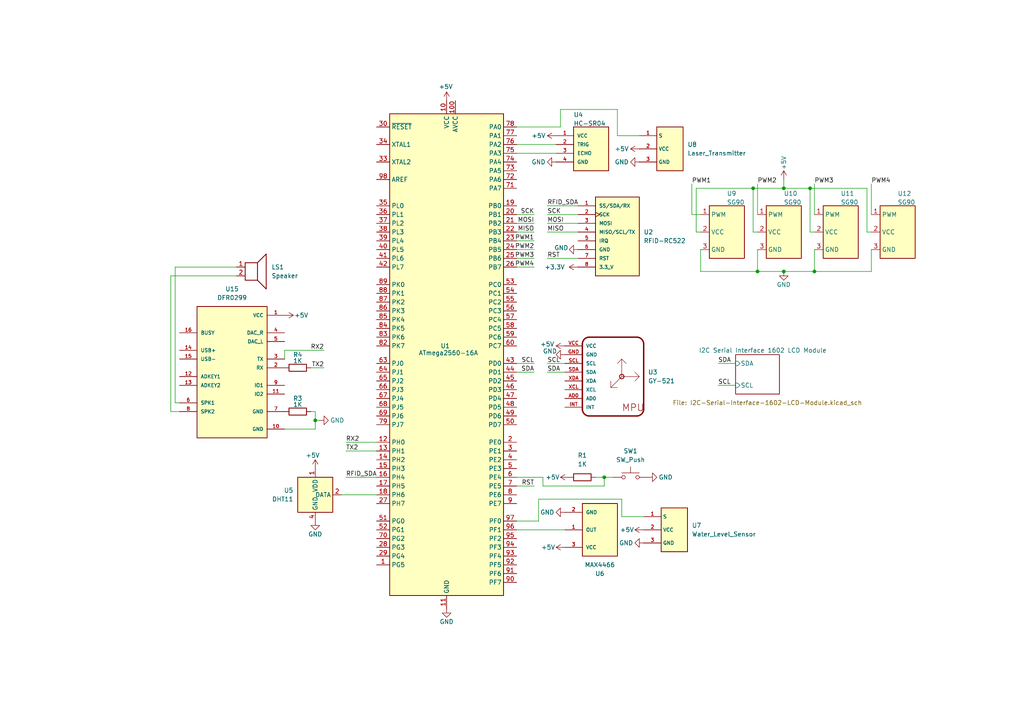
<source format=kicad_sch>
(kicad_sch (version 20250114) (generator "eeschema") (generator_version "9.0")
  (paper "A4")
  (title_block (title "Aircraft-Telemetry-and-Stabilization"))
  (lib_symbols
    (symbol "DC_Servo_Motor:SG90"
      (property "Reference" "U" (at -2.032 10.922 0))
      (property "Value" "SG90" (at -0.254 9.144 0))
      (symbol "SG90_1_1"
        (rectangle (start -5.08 7.62) (end 5.08 -7.62) (stroke (width 0.254)) (fill (type background)))
        (pin input line (at -7.62 5.08 0) (length 2.54) (name "PWM") (number "1"))
        (pin power_in line (at -7.62 0 0) (length 2.54) (name "VCC") (number "2"))
        (pin power_in line (at -7.62 -5.08 0) (length 2.54) (name "GND") (number "3"))
      )
    )
    (symbol "DFR0299_1" (pin_names (offset 1.016))
      (property "Reference" "U" (at -10.16 18.542 0))
      (property "Value" "DFR0299" (at -10.16 -22.86 0))
      (symbol "DFR0299_1_0_0"
        (rectangle (start -10.16 -20.32) (end 10.16 17.78) (stroke (width 0.254)) (fill (type background)))
        (pin input line (at -15.24 10.16 0) (length 5.08) (name "BUSY") (number "16"))
        (pin input line (at -15.24 5.08 0) (length 5.08) (name "USB+") (number "14"))
        (pin input line (at -15.24 2.54 0) (length 5.08) (name "USB-") (number "15"))
        (pin input line (at -15.24 -2.54 0) (length 5.08) (name "ADKEY1") (number "12"))
        (pin input line (at -15.24 -5.08 0) (length 5.08) (name "ADKEY2") (number "13"))
        (pin passive line (at -15.24 -10.16 0) (length 5.08) (name "SPK1") (number "6"))
        (pin passive line (at -15.24 -12.7 0) (length 5.08) (name "SPK2") (number "8"))
        (pin power_in line (at 15.24 15.24 180) (length 5.08) (name "VCC") (number "1"))
        (pin output line (at 15.24 10.16 180) (length 5.08) (name "DAC_R") (number "4"))
        (pin output line (at 15.24 7.62 180) (length 5.08) (name "DAC_L") (number "5"))
        (pin output line (at 15.24 2.54 180) (length 5.08) (name "TX") (number "3"))
        (pin input line (at 15.24 0 180) (length 5.08) (name "RX") (number "2"))
        (pin bidirectional line (at 15.24 -5.08 180) (length 5.08) (name "IO1") (number "9"))
        (pin bidirectional line (at 15.24 -7.62 180) (length 5.08) (name "IO2") (number "11"))
        (pin power_in line (at 15.24 -12.7 180) (length 5.08) (name "GND") (number "7"))
        (pin power_in line (at 15.24 -17.78 180) (length 5.08) (name "GND") (number "10"))
      )
    )
    (symbol "Device:R" (pin_numbers (hide yes)) (pin_names (offset 0))
      (property "Reference" "R" (at 2.032 0 90))
      (property "Value" "R" (at 0 0 90))
      (symbol "R_0_1"
        (rectangle (start -1.016 -2.54) (end 1.016 2.54) (stroke (width 0.254)))
      )
      (symbol "R_1_1"
        (pin passive line (at 0 3.81 270) (length 1.27) (name "~") (number "1"))
        (pin passive line (at 0 -3.81 90) (length 1.27) (name "~") (number "2"))
      )
    )
    (symbol "Device:Speaker" (pin_names (offset 0) (hide yes))
      (property "Reference" "LS" (at 1.27 5.715 0))
      (property "Value" "Speaker" (at 1.27 3.81 0))
      (symbol "Speaker_0_0"
        (rectangle (start -2.54 1.27) (end 1.016 -3.81) (stroke (width 0.254)))
        (polyline (pts (xy 1.016 1.27) (xy 3.556 3.81) (xy 3.556 -6.35) (xy 1.016 -3.81)) (stroke (width 0.254)))
      )
      (symbol "Speaker_1_1"
        (pin input line (at -5.08 0 0) (length 2.54) (name "1") (number "1"))
        (pin input line (at -5.08 -2.54 0) (length 2.54) (name "2") (number "2"))
      )
    )
    (symbol "GY-521:GY-521" (pin_names (offset 1.016))
      (property "Reference" "U" (at -9.652 11.938 0))
      (property "Value" "GY-521" (at 4.572 -11.938 0))
      (symbol "GY-521_0_0"
        (polyline (pts (xy -11.43 -9.43) (xy -11.43 9.43)) (stroke (width 0.4064)))
        (polyline (pts (xy -9.43 11.43) (xy 4.35 11.43)) (stroke (width 0.4064)))
        (arc (start -11.43 9.43) (mid -10.8442 10.8442) (end -9.43 11.43) (stroke (width 0.4064)))
        (arc (start -9.43 -11.43) (mid -10.8442 -10.8442) (end -11.43 -9.43) (stroke (width 0.4064)))
        (polyline (pts (xy -3.175 -3.175) (xy -3.175 -1.27)) (stroke (width 0.127)))
        (polyline (pts (xy -3.175 -3.175) (xy -1.27 -3.175)) (stroke (width 0.127)))
        (polyline (pts (xy 0 5.08) (xy -1.27 3.81)) (stroke (width 0.127)))
        (polyline (pts (xy 0 0) (xy -3.175 -3.175)) (stroke (width 0.127)))
        (polyline (pts (xy 0 0) (xy 0 5.08)) (stroke (width 0.127)))
        (polyline (pts (xy 0 0) (xy 5.08 0)) (stroke (width 0.127)))
        (circle (center 0 0) (radius 0.635) (stroke (width 0.254)))
        (polyline (pts (xy 1.27 3.81) (xy 0 5.08)) (stroke (width 0.127)))
        (polyline (pts (xy 3.81 1.27) (xy 5.08 0)) (stroke (width 0.127)))
        (arc (start 4.35 11.43) (mid 5.7642 10.8442) (end 6.35 9.43) (stroke (width 0.4064)))
        (arc (start 6.35 -9.43) (mid 5.7642 -10.8442) (end 4.35 -11.43) (stroke (width 0.4064)))
        (polyline (pts (xy 4.35 -11.43) (xy -9.43 -11.43)) (stroke (width 0.4064)))
        (polyline (pts (xy 5.08 0) (xy 3.81 -1.27)) (stroke (width 0.127)))
        (polyline (pts (xy 6.35 9.43) (xy 6.35 -9.43)) (stroke (width 0.4064)))
        (text "MPU" (at 0 -10.16 0) (effects (font (size 2 2)) (justify left bottom)))
        (pin power_in line (at -16.51 8.89 0) (length 5.08) (name "VCC") (number "VCC"))
        (pin power_in line (at -16.51 6.35 0) (length 5.08) (name "GND") (number "GND"))
        (pin bidirectional line (at -16.51 3.81 0) (length 5.08) (name "SCL") (number "SCL"))
        (pin bidirectional line (at -16.51 1.27 0) (length 5.08) (name "SDA") (number "SDA"))
        (pin bidirectional line (at -16.51 -1.27 0) (length 5.08) (name "XDA") (number "XDA"))
        (pin bidirectional line (at -16.51 -3.81 0) (length 5.08) (name "XCL") (number "XCL"))
        (pin bidirectional line (at -16.51 -6.35 0) (length 5.08) (name "AD0") (number "AD0"))
        (pin bidirectional line (at -16.51 -8.89 0) (length 5.08) (name "INT") (number "INT"))
      )
    )
    (symbol "HC-SR04:HC-SR04" (pin_names (offset 1.016))
      (property "Reference" "U" (at 0 5.0813 0))
      (property "Value" "HC-SR04" (at 0 -10.163 0))
      (symbol "HC-SR04_0_0"
        (rectangle (start 0 -7.62) (end 10.16 5.08) (stroke (width 0.254)) (fill (type background)))
        (pin power_in line (at -5.08 2.54 0) (length 5.08) (name "VCC") (number "1"))
        (pin bidirectional line (at -5.08 0 0) (length 5.08) (name "TRIG") (number "2"))
        (pin bidirectional line (at -5.08 -2.54 0) (length 5.08) (name "ECHO") (number "3"))
        (pin power_in line (at -5.08 -5.08 0) (length 5.08) (name "GND") (number "4"))
      )
    )
    (symbol "MAX4466:MAX4466" (pin_names (offset 1.016))
      (property "Reference" "U" (at -5.08 8.382 0))
      (property "Value" "MAX4466" (at -5.08 -10.16 0))
      (symbol "MAX4466_0_0"
        (rectangle (start -5.08 7.62) (end 5.08 -7.62) (stroke (width 0.254)) (fill (type background)))
        (pin power_in line (at 10.16 5.08 180) (length 5.08) (name "VCC") (number "3"))
        (pin output line (at 10.16 0 180) (length 5.08) (name "OUT") (number "1"))
        (pin power_in line (at 10.16 -5.08 180) (length 5.08) (name "GND") (number "2"))
      )
    )
    (symbol "MCU_Microchip_ATmega:ATmega2560-16A"
      (property "Reference" "U" (at 0 1.27 0))
      (property "Value" "ATmega2560-16A" (at 0 -1.27 0))
      (symbol "ATmega2560-16A_0_1"
        (rectangle (start -16.51 -69.85) (end 16.51 69.85) (stroke (width 0.254)) (fill (type background)))
      )
      (symbol "ATmega2560-16A_1_1"
        (pin input line (at -20.32 66.04 0) (length 3.81) (name "~{RESET}") (number "30"))
        (pin input line (at -20.32 60.96 0) (length 3.81) (name "XTAL1") (number "34"))
        (pin output line (at -20.32 55.88 0) (length 3.81) (name "XTAL2") (number "33"))
        (pin passive line (at -20.32 50.8 0) (length 3.81) (name "AREF") (number "98"))
        (pin bidirectional line (at -20.32 43.18 0) (length 3.81) (name "PL0") (number "35"))
        (pin bidirectional line (at -20.32 40.64 0) (length 3.81) (name "PL1") (number "36"))
        (pin bidirectional line (at -20.32 38.1 0) (length 3.81) (name "PL2") (number "37"))
        (pin bidirectional line (at -20.32 35.56 0) (length 3.81) (name "PL3") (number "38"))
        (pin bidirectional line (at -20.32 33.02 0) (length 3.81) (name "PL4") (number "39"))
        (pin bidirectional line (at -20.32 30.48 0) (length 3.81) (name "PL5") (number "40"))
        (pin bidirectional line (at -20.32 27.94 0) (length 3.81) (name "PL6") (number "41"))
        (pin bidirectional line (at -20.32 25.4 0) (length 3.81) (name "PL7") (number "42"))
        (pin bidirectional line (at -20.32 20.32 0) (length 3.81) (name "PK0") (number "89"))
        (pin bidirectional line (at -20.32 17.78 0) (length 3.81) (name "PK1") (number "88"))
        (pin bidirectional line (at -20.32 15.24 0) (length 3.81) (name "PK2") (number "87"))
        (pin bidirectional line (at -20.32 12.7 0) (length 3.81) (name "PK3") (number "86"))
        (pin bidirectional line (at -20.32 10.16 0) (length 3.81) (name "PK4") (number "85"))
        (pin bidirectional line (at -20.32 7.62 0) (length 3.81) (name "PK5") (number "84"))
        (pin bidirectional line (at -20.32 5.08 0) (length 3.81) (name "PK6") (number "83"))
        (pin bidirectional line (at -20.32 2.54 0) (length 3.81) (name "PK7") (number "82"))
        (pin bidirectional line (at -20.32 -2.54 0) (length 3.81) (name "PJ0") (number "63"))
        (pin bidirectional line (at -20.32 -5.08 0) (length 3.81) (name "PJ1") (number "64"))
        (pin bidirectional line (at -20.32 -7.62 0) (length 3.81) (name "PJ2") (number "65"))
        (pin bidirectional line (at -20.32 -10.16 0) (length 3.81) (name "PJ3") (number "66"))
        (pin bidirectional line (at -20.32 -12.7 0) (length 3.81) (name "PJ4") (number "67"))
        (pin bidirectional line (at -20.32 -15.24 0) (length 3.81) (name "PJ5") (number "68"))
        (pin bidirectional line (at -20.32 -17.78 0) (length 3.81) (name "PJ6") (number "69"))
        (pin bidirectional line (at -20.32 -20.32 0) (length 3.81) (name "PJ7") (number "79"))
        (pin bidirectional line (at -20.32 -25.4 0) (length 3.81) (name "PH0") (number "12"))
        (pin bidirectional line (at -20.32 -27.94 0) (length 3.81) (name "PH1") (number "13"))
        (pin bidirectional line (at -20.32 -30.48 0) (length 3.81) (name "PH2") (number "14"))
        (pin bidirectional line (at -20.32 -33.02 0) (length 3.81) (name "PH3") (number "15"))
        (pin bidirectional line (at -20.32 -35.56 0) (length 3.81) (name "PH4") (number "16"))
        (pin bidirectional line (at -20.32 -38.1 0) (length 3.81) (name "PH5") (number "17"))
        (pin bidirectional line (at -20.32 -40.64 0) (length 3.81) (name "PH6") (number "18"))
        (pin bidirectional line (at -20.32 -43.18 0) (length 3.81) (name "PH7") (number "27"))
        (pin bidirectional line (at -20.32 -48.26 0) (length 3.81) (name "PG0") (number "51"))
        (pin bidirectional line (at -20.32 -50.8 0) (length 3.81) (name "PG1") (number "52"))
        (pin bidirectional line (at -20.32 -53.34 0) (length 3.81) (name "PG2") (number "70"))
        (pin bidirectional line (at -20.32 -55.88 0) (length 3.81) (name "PG3") (number "28"))
        (pin bidirectional line (at -20.32 -58.42 0) (length 3.81) (name "PG4") (number "29"))
        (pin bidirectional line (at -20.32 -60.96 0) (length 3.81) (name "PG5") (number "1"))
        (pin power_in line (at 0 73.66 270) (length 3.81) (name "VCC") (number "10"))
        (pin passive line (at 0 73.66 270) (length 3.81) (hide yes) (name "VCC") (number "31"))
        (pin passive line (at 0 73.66 270) (length 3.81) (hide yes) (name "VCC") (number "61"))
        (pin passive line (at 0 73.66 270) (length 3.81) (hide yes) (name "VCC") (number "80"))
        (pin power_in line (at 0 -73.66 90) (length 3.81) (name "GND") (number "11"))
        (pin passive line (at 0 -73.66 90) (length 3.81) (hide yes) (name "GND") (number "32"))
        (pin passive line (at 0 -73.66 90) (length 3.81) (hide yes) (name "GND") (number "62"))
        (pin passive line (at 0 -73.66 90) (length 3.81) (hide yes) (name "GND") (number "81"))
        (pin passive line (at 0 -73.66 90) (length 3.81) (hide yes) (name "GND") (number "99"))
        (pin power_in line (at 2.54 73.66 270) (length 3.81) (name "AVCC") (number "100"))
        (pin bidirectional line (at 20.32 66.04 180) (length 3.81) (name "PA0") (number "78"))
        (pin bidirectional line (at 20.32 63.5 180) (length 3.81) (name "PA1") (number "77"))
        (pin bidirectional line (at 20.32 60.96 180) (length 3.81) (name "PA2") (number "76"))
        (pin bidirectional line (at 20.32 58.42 180) (length 3.81) (name "PA3") (number "75"))
        (pin bidirectional line (at 20.32 55.88 180) (length 3.81) (name "PA4") (number "74"))
        (pin bidirectional line (at 20.32 53.34 180) (length 3.81) (name "PA5") (number "73"))
        (pin bidirectional line (at 20.32 50.8 180) (length 3.81) (name "PA6") (number "72"))
        (pin bidirectional line (at 20.32 48.26 180) (length 3.81) (name "PA7") (number "71"))
        (pin bidirectional line (at 20.32 43.18 180) (length 3.81) (name "PB0") (number "19"))
        (pin bidirectional line (at 20.32 40.64 180) (length 3.81) (name "PB1") (number "20"))
        (pin bidirectional line (at 20.32 38.1 180) (length 3.81) (name "PB2") (number "21"))
        (pin bidirectional line (at 20.32 35.56 180) (length 3.81) (name "PB3") (number "22"))
        (pin bidirectional line (at 20.32 33.02 180) (length 3.81) (name "PB4") (number "23"))
        (pin bidirectional line (at 20.32 30.48 180) (length 3.81) (name "PB5") (number "24"))
        (pin bidirectional line (at 20.32 27.94 180) (length 3.81) (name "PB6") (number "25"))
        (pin bidirectional line (at 20.32 25.4 180) (length 3.81) (name "PB7") (number "26"))
        (pin bidirectional line (at 20.32 20.32 180) (length 3.81) (name "PC0") (number "53"))
        (pin bidirectional line (at 20.32 17.78 180) (length 3.81) (name "PC1") (number "54"))
        (pin bidirectional line (at 20.32 15.24 180) (length 3.81) (name "PC2") (number "55"))
        (pin bidirectional line (at 20.32 12.7 180) (length 3.81) (name "PC3") (number "56"))
        (pin bidirectional line (at 20.32 10.16 180) (length 3.81) (name "PC4") (number "57"))
        (pin bidirectional line (at 20.32 7.62 180) (length 3.81) (name "PC5") (number "58"))
        (pin bidirectional line (at 20.32 5.08 180) (length 3.81) (name "PC6") (number "59"))
        (pin bidirectional line (at 20.32 2.54 180) (length 3.81) (name "PC7") (number "60"))
        (pin bidirectional line (at 20.32 -2.54 180) (length 3.81) (name "PD0") (number "43"))
        (pin bidirectional line (at 20.32 -5.08 180) (length 3.81) (name "PD1") (number "44"))
        (pin bidirectional line (at 20.32 -7.62 180) (length 3.81) (name "PD2") (number "45"))
        (pin bidirectional line (at 20.32 -10.16 180) (length 3.81) (name "PD3") (number "46"))
        (pin bidirectional line (at 20.32 -12.7 180) (length 3.81) (name "PD4") (number "47"))
        (pin bidirectional line (at 20.32 -15.24 180) (length 3.81) (name "PD5") (number "48"))
        (pin bidirectional line (at 20.32 -17.78 180) (length 3.81) (name "PD6") (number "49"))
        (pin bidirectional line (at 20.32 -20.32 180) (length 3.81) (name "PD7") (number "50"))
        (pin bidirectional line (at 20.32 -25.4 180) (length 3.81) (name "PE0") (number "2"))
        (pin bidirectional line (at 20.32 -27.94 180) (length 3.81) (name "PE1") (number "3"))
        (pin bidirectional line (at 20.32 -30.48 180) (length 3.81) (name "PE2") (number "4"))
        (pin bidirectional line (at 20.32 -33.02 180) (length 3.81) (name "PE3") (number "5"))
        (pin bidirectional line (at 20.32 -35.56 180) (length 3.81) (name "PE4") (number "6"))
        (pin bidirectional line (at 20.32 -38.1 180) (length 3.81) (name "PE5") (number "7"))
        (pin bidirectional line (at 20.32 -40.64 180) (length 3.81) (name "PE6") (number "8"))
        (pin bidirectional line (at 20.32 -43.18 180) (length 3.81) (name "PE7") (number "9"))
        (pin bidirectional line (at 20.32 -48.26 180) (length 3.81) (name "PF0") (number "97"))
        (pin bidirectional line (at 20.32 -50.8 180) (length 3.81) (name "PF1") (number "96"))
        (pin bidirectional line (at 20.32 -53.34 180) (length 3.81) (name "PF2") (number "95"))
        (pin bidirectional line (at 20.32 -55.88 180) (length 3.81) (name "PF3") (number "94"))
        (pin bidirectional line (at 20.32 -58.42 180) (length 3.81) (name "PF4") (number "93"))
        (pin bidirectional line (at 20.32 -60.96 180) (length 3.81) (name "PF5") (number "92"))
        (pin bidirectional line (at 20.32 -63.5 180) (length 3.81) (name "PF6") (number "91"))
        (pin bidirectional line (at 20.32 -66.04 180) (length 3.81) (name "PF7") (number "90"))
      )
    )
    (symbol "RFID-RC522:RFID-RC522" (pin_names (offset 1.016))
      (property "Reference" "U" (at -6.604 13.208 0))
      (property "Value" "RFID-RC522" (at -6.604 -13.208 0))
      (symbol "RFID-RC522_0_0"
        (rectangle (start -6.35 11.43) (end 6.35 -11.43) (stroke (width 0.254)) (fill (type background)))
      )
      (symbol "RFID-RC522_1_0"
        (pin bidirectional line (at -11.43 8.89 0) (length 5.08) (name "SS/SDA/RX") (number "1"))
        (pin input clock (at -11.43 6.35 0) (length 5.08) (name "SCK") (number "2"))
        (pin input line (at -11.43 3.81 0) (length 5.08) (name "MOSI") (number "3"))
        (pin bidirectional line (at -11.43 1.27 0) (length 5.08) (name "MISO/SCL/TX") (number "4"))
        (pin output line (at -11.43 -1.27 0) (length 5.08) (name "IRQ") (number "5"))
        (pin power_in line (at -11.43 -3.81 0) (length 5.08) (name "GND") (number "6"))
        (pin input line (at -11.43 -6.35 0) (length 5.08) (name "RST") (number "7"))
        (pin power_in line (at -11.43 -8.89 0) (length 5.08) (name "3.3_V") (number "8"))
      )
    )
    (symbol "Sensor:DHT11"
      (property "Reference" "U" (at -3.81 6.35 0))
      (property "Value" "DHT11" (at 3.81 6.35 0))
      (symbol "DHT11_0_1"
        (rectangle (start -5.08 5.08) (end 5.08 -5.08) (stroke (width 0.254)) (fill (type background)))
      )
      (symbol "DHT11_1_1"
        (pin no_connect line (at -5.08 0 0) (length 2.54) (hide yes) (name "NC") (number "3"))
        (pin power_in line (at 0 7.62 270) (length 2.54) (name "VDD") (number "1"))
        (pin power_in line (at 0 -7.62 90) (length 2.54) (name "GND") (number "4"))
        (pin bidirectional line (at 7.62 0 180) (length 2.54) (name "DATA") (number "2"))
      )
    )
    (symbol "Sensor_Water_Level:Sensor_Water_Level"
      (property "Reference" "U" (at -2.032 7.874 0))
      (property "Value" "Water_Level_Sensor" (at 6.604 6.096 0))
      (symbol "Sensor_Water_Level_0_1"
        (rectangle (start -2.54 5.08) (end 5.08 -7.62) (stroke (width 0.254)) (fill (type background)))
      )
      (symbol "Sensor_Water_Level_1_0"
        (pin output line (at -7.62 2.54 0) (length 5.08) (name "S") (number "1"))
        (pin power_out line (at -7.62 -1.27 0) (length 5.08) (name "VCC") (number "2"))
        (pin power_out line (at -7.62 -5.08 0) (length 5.08) (name "GND") (number "3"))
      )
    )
    (symbol "Switch:SW_Push" (pin_numbers (hide yes)) (pin_names (offset 1.016) (hide yes))
      (property "Reference" "SW" (at 1.27 2.54 0))
      (property "Value" "SW_Push" (at 0 -1.524 0))
      (symbol "SW_Push_0_1"
        (circle (center -2.032 0) (radius 0.508))
        (polyline (pts (xy 0 1.27) (xy 0 3.048)))
        (circle (center 2.032 0) (radius 0.508))
        (polyline (pts (xy 2.54 1.27) (xy -2.54 1.27)))
        (pin passive line (at -5.08 0 0) (length 2.54) (name "1") (number "1"))
        (pin passive line (at 5.08 0 180) (length 2.54) (name "2") (number "2"))
      )
    )
    (symbol "power:+3.3V" (power) (pin_numbers (hide yes)) (pin_names (offset 0) (hide yes))
      (property "Value" "+3.3V" (at 0 3.556 0))
      (symbol "+3.3V_0_1"
        (polyline (pts (xy -0.762 1.27) (xy 0 2.54)))
        (polyline (pts (xy 0 2.54) (xy 0.762 1.27)))
        (polyline (pts (xy 0 0) (xy 0 2.54)))
      )
      (symbol "+3.3V_1_1"
        (pin power_in line (at 0 0 90) (length 0) (name "~") (number "1"))
      )
    )
    (symbol "power:+5V" (power) (pin_numbers (hide yes)) (pin_names (offset 0) (hide yes))
      (property "Value" "+5V" (at 0 3.556 0))
      (symbol "+5V_0_1"
        (polyline (pts (xy -0.762 1.27) (xy 0 2.54)))
        (polyline (pts (xy 0 2.54) (xy 0.762 1.27)))
        (polyline (pts (xy 0 0) (xy 0 2.54)))
      )
      (symbol "+5V_1_1"
        (pin power_in line (at 0 0 90) (length 0) (name "~") (number "1"))
      )
    )
    (symbol "power:GND" (power) (pin_numbers (hide yes)) (pin_names (offset 0) (hide yes))
      (property "Value" "GND" (at 0 -3.81 0))
      (symbol "GND_0_1"
        (polyline (pts (xy 0 0) (xy 0 -1.27) (xy 1.27 -1.27) (xy 0 -2.54) (xy -1.27 -1.27) (xy 0 -1.27)))
      )
      (symbol "GND_1_1"
        (pin power_in line (at 0 0 270) (length 0) (name "~") (number "1"))
      )
    )
  )
  (junction (at 219.71 78.74))
  (junction (at 234.95 54.61))
  (junction (at 236.22 78.74))
  (junction (at 218.44 54.61))
  (junction (at 227.33 78.74))
  (junction (at 175.26 138.43))
  (junction (at 227.33 54.61))
  (junction (at 91.44 121.92))
  (wire (pts (xy 154.94 64.77) (xy 149.86 64.77)))
  (wire (pts (xy 50.8 77.47) (xy 68.58 77.47)))
  (wire (pts (xy 219.71 53.34) (xy 219.71 62.23)))
  (wire (pts (xy 203.2 78.74) (xy 219.71 78.74)))
  (wire (pts (xy 100.33 130.81) (xy 109.22 130.81)))
  (wire (pts (xy 157.48 140.97) (xy 175.26 140.97)))
  (wire (pts (xy 203.2 72.39) (xy 203.2 78.74)))
  (wire (pts (xy 158.75 74.93) (xy 167.64 74.93)))
  (wire (pts (xy 201.93 54.61) (xy 218.44 54.61)))
  (wire (pts (xy 158.75 59.69) (xy 167.64 59.69)))
  (wire (pts (xy 49.53 119.38) (xy 49.53 80.01)))
  (wire (pts (xy 227.33 54.61) (xy 227.33 52.07)))
  (wire (pts (xy 50.8 116.84) (xy 50.8 77.47)))
  (wire (pts (xy 252.73 72.39) (xy 252.73 78.74)))
  (wire (pts (xy 251.46 54.61) (xy 234.95 54.61)))
  (wire (pts (xy 93.98 101.6) (xy 82.55 101.6)))
  (wire (pts (xy 162.56 31.75) (xy 162.56 36.83)))
  (wire (pts (xy 180.34 144.78) (xy 156.21 144.78)))
  (wire (pts (xy 252.73 78.74) (xy 236.22 78.74)))
  (wire (pts (xy 200.66 53.34) (xy 200.66 62.23)))
  (wire (pts (xy 154.94 74.93) (xy 149.86 74.93)))
  (wire (pts (xy 208.28 105.41) (xy 213.36 105.41)))
  (wire (pts (xy 236.22 53.34) (xy 236.22 62.23)))
  (wire (pts (xy 180.34 149.86) (xy 186.69 149.86)))
  (wire (pts (xy 99.06 143.51) (xy 109.22 143.51)))
  (wire (pts (xy 91.44 124.46) (xy 82.55 124.46)))
  (wire (pts (xy 82.55 101.6) (xy 82.55 104.14)))
  (wire (pts (xy 234.95 54.61) (xy 227.33 54.61)))
  (wire (pts (xy 236.22 72.39) (xy 236.22 78.74)))
  (wire (pts (xy 219.71 67.31) (xy 218.44 67.31)))
  (wire (pts (xy 252.73 53.34) (xy 252.73 62.23)))
  (wire (pts (xy 157.48 138.43) (xy 157.48 140.97)))
  (wire (pts (xy 201.93 67.31) (xy 201.93 54.61)))
  (wire (pts (xy 251.46 67.31) (xy 251.46 54.61)))
  (wire (pts (xy 91.44 121.92) (xy 91.44 124.46)))
  (wire (pts (xy 200.66 62.23) (xy 203.2 62.23)))
  (wire (pts (xy 219.71 78.74) (xy 227.33 78.74)))
  (wire (pts (xy 154.94 140.97) (xy 149.86 140.97)))
  (wire (pts (xy 158.75 107.95) (xy 163.83 107.95)))
  (wire (pts (xy 149.86 41.91) (xy 161.29 41.91)))
  (wire (pts (xy 180.34 149.86) (xy 180.34 144.78)))
  (wire (pts (xy 175.26 140.97) (xy 175.26 138.43)))
  (wire (pts (xy 158.75 105.41) (xy 163.83 105.41)))
  (wire (pts (xy 218.44 67.31) (xy 218.44 54.61)))
  (wire (pts (xy 154.94 72.39) (xy 149.86 72.39)))
  (wire (pts (xy 49.53 80.01) (xy 68.58 80.01)))
  (wire (pts (xy 252.73 67.31) (xy 251.46 67.31)))
  (wire (pts (xy 219.71 72.39) (xy 219.71 78.74)))
  (wire (pts (xy 185.42 39.37) (xy 179.07 39.37)))
  (wire (pts (xy 158.75 67.31) (xy 167.64 67.31)))
  (wire (pts (xy 154.94 69.85) (xy 149.86 69.85)))
  (wire (pts (xy 154.94 77.47) (xy 149.86 77.47)))
  (wire (pts (xy 234.95 67.31) (xy 234.95 54.61)))
  (wire (pts (xy 175.26 138.43) (xy 177.8 138.43)))
  (wire (pts (xy 91.44 119.38) (xy 91.44 121.92)))
  (wire (pts (xy 90.17 119.38) (xy 91.44 119.38)))
  (wire (pts (xy 203.2 67.31) (xy 201.93 67.31)))
  (wire (pts (xy 154.94 67.31) (xy 149.86 67.31)))
  (wire (pts (xy 93.98 106.68) (xy 90.17 106.68)))
  (wire (pts (xy 236.22 78.74) (xy 227.33 78.74)))
  (wire (pts (xy 154.94 107.95) (xy 149.86 107.95)))
  (wire (pts (xy 92.71 121.92) (xy 91.44 121.92)))
  (wire (pts (xy 218.44 54.61) (xy 227.33 54.61)))
  (wire (pts (xy 179.07 31.75) (xy 162.56 31.75)))
  (wire (pts (xy 156.21 144.78) (xy 156.21 151.13)))
  (wire (pts (xy 156.21 151.13) (xy 149.86 151.13)))
  (wire (pts (xy 158.75 62.23) (xy 167.64 62.23)))
  (wire (pts (xy 208.28 111.76) (xy 213.36 111.76)))
  (wire (pts (xy 154.94 105.41) (xy 149.86 105.41)))
  (wire (pts (xy 161.29 44.45) (xy 149.86 44.45)))
  (wire (pts (xy 162.56 36.83) (xy 149.86 36.83)))
  (wire (pts (xy 158.75 64.77) (xy 167.64 64.77)))
  (wire (pts (xy 52.07 119.38) (xy 49.53 119.38)))
  (wire (pts (xy 149.86 138.43) (xy 157.48 138.43)))
  (wire (pts (xy 100.33 138.43) (xy 109.22 138.43)))
  (wire (pts (xy 154.94 62.23) (xy 149.86 62.23)))
  (wire (pts (xy 236.22 67.31) (xy 234.95 67.31)))
  (wire (pts (xy 179.07 39.37) (xy 179.07 31.75)))
  (wire (pts (xy 149.86 153.67) (xy 163.83 153.67)))
  (wire (pts (xy 100.33 128.27) (xy 109.22 128.27)))
  (wire (pts (xy 172.72 138.43) (xy 175.26 138.43)))
  (wire (pts (xy 52.07 116.84) (xy 50.8 116.84)))
  (label "MOSI" (at 154.94 64.77 180))
  (label "SCL" (at 208.28 111.76 0))
  (label "PWM1" (at 154.94 69.85 180))
  (label "TX2" (at 93.98 106.68 180))
  (label "RX2" (at 93.98 101.6 180))
  (label "MISO" (at 158.75 67.31 0))
  (label "SDA" (at 208.28 105.41 0))
  (label "MISO" (at 154.94 67.31 180))
  (label "MOSI" (at 158.75 64.77 0))
  (label "RST" (at 154.94 140.97 180))
  (label "PWM2" (at 154.94 72.39 180))
  (label "SDA" (at 154.94 107.95 180))
  (label "RX2" (at 100.33 128.27 0))
  (label "RFID_SDA" (at 158.75 59.69 0))
  (label "SCK" (at 158.75 62.23 0))
  (label "PWM3" (at 236.22 53.34 0))
  (label "SDA" (at 158.75 107.95 0))
  (label "PWM2" (at 219.71 53.34 0))
  (label "PWM3" (at 154.94 74.93 180))
  (label "TX2" (at 100.33 130.81 0))
  (label "PWM1" (at 200.66 53.34 0))
  (label "PWM4" (at 252.73 53.34 0))
  (label "RST" (at 158.75 74.93 0))
  (label "PWM4" (at 154.94 77.47 180))
  (label "SCK" (at 154.94 62.23 180))
  (label "SCL" (at 154.94 105.41 180))
  (label "SCL" (at 158.75 105.41 0))
  (label "RFID_SDA" (at 100.33 138.43 0))
  (symbol (lib_id "MAX4466:MAX4466") (at 173.99 153.67 180) (unit 1)
    (property "Reference" "U6" (at 173.99 166.37 0))
    (property "Value" "MAX4466" (at 173.99 163.83 0))
    (property "Footprint" "footprints:MAX4466" (effects (hide yes)))
    (property "Description" "Microphone Amplifier - MAX4466 with Adjustable Gain | Adafruit Industries 1063" (effects (hide yes)))
  )
  (symbol (lib_id "power:GND") (at 185.42 46.99 270) (unit 1)
    (property "Reference" "#PWR024" (effects (hide yes)))
    (property "Value" "GND" (at 182.372 46.99 90) (effects (justify right)))
    (property "Description" "Power symbol creates a global label with name \"GND\" , ground" (effects (hide yes)))
  )
  (symbol (lib_id "power:GND") (at 227.33 78.74 0) (unit 1)
    (property "Reference" "#PWR030" (effects (hide yes)))
    (property "Value" "GND" (at 229.362 82.55 0) (effects (justify right)))
    (property "Description" "Power symbol creates a global label with name \"GND\" , ground" (effects (hide yes)))
  )
  (symbol (lib_id "power:GND") (at 187.96 138.43 90) (unit 1)
    (property "Reference" "#PWR026" (effects (hide yes)))
    (property "Value" "GND" (at 191.008 138.43 90) (effects (justify right)))
    (property "Description" "Power symbol creates a global label with name \"GND\" , ground" (effects (hide yes)))
  )
  (symbol (lib_id "HC-SR04:HC-SR04") (at 166.37 41.91 0) (unit 1)
    (property "Reference" "U4" (at 166.37 33.274 0) (effects (justify left)))
    (property "Value" "HC-SR04" (at 166.37 35.814 0) (effects (justify left)))
    (property "Footprint" "HC-SR04:XCVR_HC-SR04" (effects (hide yes)))
    (property "Description" "HC-SR04 Ultrasonic Sensor" (effects (hide yes)))
  )
  (symbol (lib_id "power:GND") (at 91.44 151.13 0) (unit 1)
    (property "Reference" "#PWR08" (effects (hide yes)))
    (property "Value" "GND" (at 93.472 154.94 0) (effects (justify right)))
    (property "Description" "Power symbol creates a global label with name \"GND\" , ground" (effects (hide yes)))
  )
  (symbol (lib_id "power:GND") (at 161.29 46.99 270) (unit 1)
    (property "Reference" "#PWR06" (effects (hide yes)))
    (property "Value" "GND" (at 158.242 46.99 90) (effects (justify right)))
    (property "Description" "Power symbol creates a global label with name \"GND\" , ground" (effects (hide yes)))
  )
  (symbol (lib_id "Device:R") (at 86.36 106.68 90) (unit 1)
    (property "Reference" "R4" (at 86.36 102.87 90))
    (property "Value" "1K" (at 86.36 104.648 90))
    (property "Description" "Resistor" (effects (hide yes)))
  )
  (symbol (lib_id "MCU_Microchip_ATmega:ATmega2560-16A") (at 129.54 102.87 0) (unit 1)
    (property "Reference" "U1" (at 127.762 100.33 0) (effects (justify left)))
    (property "Value" "ATmega2560-16A" (at 121.412 102.362 0) (effects (justify left)))
    (property "Footprint" "Package_QFP:TQFP-100_14x14mm_P0.5mm" (effects (hide yes)))
    (property "Datasheet" "http://ww1.microchip.com/downloads/en/DeviceDoc/Atmel-2549-8-bit-AVR-Microcontroller-ATmega640-1280-1281-2560-2561_datasheet.pdf" (effects (hide yes)))
    (property "Description" "16MHz, 256kB Flash, 8kB SRAM, 4kB EEPROM, JTAG, TQFP-100" (effects (hide yes)))
  )
  (symbol (lib_id "power:+5V") (at 91.44 135.89 0) (unit 1)
    (property "Reference" "#PWR07" (effects (hide yes)))
    (property "Value" "+5V" (at 88.646 132.08 0) (effects (justify left)))
    (property "Description" "Power symbol creates a global label with name \"+5V\"" (effects (hide yes)))
  )
  (symbol (lib_id "DC_Servo_Motor:SG90") (at 243.84 67.31 0) (unit 1)
    (property "Reference" "U11" (at 243.84 56.134 0) (effects (justify left)))
    (property "Value" "SG90" (at 243.84 58.674 0) (effects (justify left)))
  )
  (symbol (lib_id "RFID-RC522:RFID-RC522") (at 179.07 68.58 0) (unit 1)
    (property "Reference" "U2" (at 186.69 67.3099 0) (effects (justify left)))
    (property "Value" "RFID-RC522" (at 186.69 69.8499 0) (effects (justify left)))
    (property "Footprint" "footprints:RFID-RC522" (effects (hide yes)))
  )
  (symbol (lib_id "power:GND") (at 186.69 157.48 270) (unit 1)
    (property "Reference" "#PWR022" (effects (hide yes)))
    (property "Value" "GND" (at 183.642 157.48 90) (effects (justify right)))
    (property "Description" "Power symbol creates a global label with name \"GND\" , ground" (effects (hide yes)))
  )
  (symbol (lib_id "power:GND") (at 92.71 121.92 90) (unit 1)
    (property "Reference" "#PWR029" (effects (hide yes)))
    (property "Value" "GND" (at 95.758 121.92 90) (effects (justify right)))
    (property "Description" "Power symbol creates a global label with name \"GND\" , ground" (effects (hide yes)))
  )
  (symbol (lib_id "Device:Speaker") (at 73.66 77.47 0) (unit 1)
    (property "Reference" "LS1" (at 78.74 77.4699 0) (effects (justify left)))
    (property "Value" "Speaker" (at 78.74 80.0099 0) (effects (justify left)))
    (property "Description" "Speaker" (effects (hide yes)))
  )
  (symbol (lib_id "Switch:SW_Push") (at 182.88 138.43 0) (unit 1)
    (property "Reference" "SW1" (at 182.88 130.81 0))
    (property "Value" "SW_Push" (at 182.88 133.35 0))
    (property "Description" "Push button switch, generic, two pins" (effects (hide yes)))
  )
  (symbol (lib_id "power:+5V") (at 82.55 91.44 270) (unit 1)
    (property "Reference" "#PWR027" (effects (hide yes)))
    (property "Value" "+5V" (at 85.344 91.44 90) (effects (justify left)))
    (property "Description" "Power symbol creates a global label with name \"+5V\"" (effects (hide yes)))
  )
  (symbol (lib_id "power:GND") (at 167.64 72.39 270) (unit 1)
    (property "Reference" "#PWR01" (effects (hide yes)))
    (property "Value" "GND" (at 164.846 71.882 90) (effects (justify right)))
    (property "Description" "Power symbol creates a global label with name \"GND\" , ground" (effects (hide yes)))
  )
  (symbol (lib_id "DC_Servo_Motor:SG90") (at 210.82 67.31 0) (unit 1)
    (property "Reference" "U9" (at 210.82 56.134 0) (effects (justify left)))
    (property "Value" "SG90" (at 210.82 58.674 0) (effects (justify left)))
  )
  (symbol (lib_id "power:+5V") (at 227.33 52.07 0) (unit 1)
    (property "Reference" "#PWR028" (effects (hide yes)))
    (property "Value" "+5V" (at 227.33 49.276 90) (effects (justify left)))
    (property "Description" "Power symbol creates a global label with name \"+5V\"" (effects (hide yes)))
  )
  (symbol (lib_id "Device:R") (at 168.91 138.43 90) (unit 1)
    (property "Reference" "R1" (at 168.91 132.08 90))
    (property "Value" "1K" (at 168.91 134.62 90))
    (property "Description" "Resistor" (effects (hide yes)))
  )
  (symbol (lib_id "GY-521:GY-521") (at 180.34 109.22 0) (unit 1)
    (property "Reference" "U3" (at 187.96 107.9499 0) (effects (justify left)))
    (property "Value" "GY-521" (at 187.96 110.4899 0) (effects (justify left)))
    (property "Description_1" "Triple Axis Accelerometer Gyro Breakout" (effects (hide yes)))
  )
  (symbol (lib_id "Sensor_Water_Level:Sensor_Water_Level") (at 193.04 41.91 0) (unit 1)
    (property "Reference" "U8" (at 199.39 41.9099 0) (effects (justify left)))
    (property "Value" "Laser_Transmitter" (at 199.39 44.4499 0) (effects (justify left)))
  )
  (symbol (lib_id "power:+5V") (at 186.69 153.67 90) (unit 1)
    (property "Reference" "#PWR021" (effects (hide yes)))
    (property "Value" "+5V" (at 183.896 153.67 90) (effects (justify left)))
    (property "Description" "Power symbol creates a global label with name \"+5V\"" (effects (hide yes)))
  )
  (symbol (lib_id "power:+5V") (at 129.54 29.21 0) (unit 1)
    (property "Reference" "#PWR031" (effects (hide yes)))
    (property "Value" "+5V" (at 127.254 25.146 0) (effects (justify left)))
    (property "Description" "Power symbol creates a global label with name \"+5V\"" (effects (hide yes)))
  )
  (symbol (lib_id "Sensor_Water_Level:Sensor_Water_Level") (at 194.31 152.4 0) (unit 1)
    (property "Reference" "U7" (at 200.66 152.3999 0) (effects (justify left)))
    (property "Value" "Water_Level_Sensor" (at 200.66 154.9399 0) (effects (justify left)))
  )
  (symbol (lib_id "power:+5V") (at 163.83 158.75 90) (unit 1)
    (property "Reference" "#PWR09" (effects (hide yes)))
    (property "Value" "+5V" (at 161.036 158.75 90) (effects (justify left)))
    (property "Description" "Power symbol creates a global label with name \"+5V\"" (effects (hide yes)))
  )
  (symbol (lib_id "DC_Servo_Motor:SG90") (at 227.33 67.31 0) (unit 1)
    (property "Reference" "U10" (at 227.33 56.134 0) (effects (justify left)))
    (property "Value" "SG90" (at 227.33 58.674 0) (effects (justify left)))
  )
  (symbol (lib_id "power:+5V") (at 185.42 43.18 90) (unit 1)
    (property "Reference" "#PWR023" (effects (hide yes)))
    (property "Value" "+5V" (at 182.372 43.18 90) (effects (justify left)))
    (property "Description" "Power symbol creates a global label with name \"+5V\"" (effects (hide yes)))
  )
  (symbol (lib_id "power:+5V") (at 165.1 138.43 90) (unit 1)
    (property "Reference" "#PWR025" (effects (hide yes)))
    (property "Value" "+5V" (at 162.306 138.43 90) (effects (justify left)))
    (property "Description" "Power symbol creates a global label with name \"+5V\"" (effects (hide yes)))
  )
  (symbol (lib_id "power:+5V") (at 161.29 39.37 90) (unit 1)
    (property "Reference" "#PWR05" (effects (hide yes)))
    (property "Value" "+5V" (at 158.242 39.37 90) (effects (justify left)))
    (property "Description" "Power symbol creates a global label with name \"+5V\"" (effects (hide yes)))
  )
  (symbol (lib_id "power:+5V") (at 163.83 100.33 90) (unit 1)
    (property "Reference" "#PWR04" (effects (hide yes)))
    (property "Value" "+5V" (at 160.782 99.822 90) (effects (justify left)))
    (property "Description" "Power symbol creates a global label with name \"+5V\"" (effects (hide yes)))
  )
  (symbol (lib_id "Device:R") (at 86.36 119.38 90) (unit 1)
    (property "Reference" "R3" (at 86.36 115.57 90))
    (property "Value" "1K" (at 86.36 117.348 90))
    (property "Description" "Resistor" (effects (hide yes)))
  )
  (symbol (lib_id "power:GND") (at 163.83 102.87 270) (unit 1)
    (property "Reference" "#PWR03" (effects (hide yes)))
    (property "Value" "GND" (at 161.544 101.854 90) (effects (justify right)))
    (property "Description" "Power symbol creates a global label with name \"GND\" , ground" (effects (hide yes)))
  )
  (symbol (lib_id "power:GND") (at 129.54 176.53 0) (unit 1)
    (property "Reference" "#PWR032" (effects (hide yes)))
    (property "Value" "GND" (at 131.572 180.34 0) (effects (justify right)))
    (property "Description" "Power symbol creates a global label with name \"GND\" , ground" (effects (hide yes)))
  )
  (symbol (lib_id "Sensor:DHT11") (at 91.44 143.51 0) (unit 1)
    (property "Reference" "U5" (at 85.09 142.2399 0) (effects (justify right)))
    (property "Value" "DHT11" (at 85.09 144.7799 0) (effects (justify right)))
    (property "Footprint" "Sensor:Aosong_DHT11_5.5x12.0_P2.54mm" (effects (hide yes)))
    (property "Datasheet" "http://akizukidenshi.com/download/ds/aosong/DHT11.pdf" (effects (hide yes)))
    (property "Description" "3.3V to 5.5V, temperature and humidity module, DHT11" (effects (hide yes)))
  )
  (symbol (lib_id "power:+3.3V") (at 167.64 77.47 90) (unit 1)
    (property "Reference" "#PWR02" (effects (hide yes)))
    (property "Value" "+3.3V" (at 163.83 77.4699 90) (effects (justify left)))
    (property "Description" "Power symbol creates a global label with name \"+3.3V\"" (effects (hide yes)))
  )
  (symbol (lib_id "DC_Servo_Motor:SG90") (at 260.35 67.31 0) (unit 1)
    (property "Reference" "U12" (at 260.35 56.134 0) (effects (justify left)))
    (property "Value" "SG90" (at 260.35 58.674 0) (effects (justify left)))
  )
  (symbol (lib_id "power:GND") (at 163.83 148.59 270) (unit 1)
    (property "Reference" "#PWR010" (effects (hide yes)))
    (property "Value" "GND" (at 160.782 148.59 90) (effects (justify right)))
    (property "Description" "Power symbol creates a global label with name \"GND\" , ground" (effects (hide yes)))
  )
  (symbol (lib_name "DFR0299_1") (lib_id "DFR0299:DFR0299") (at 67.31 106.68 0) (unit 1)
    (property "Reference" "U15" (at 67.31 83.82 0))
    (property "Value" "DFR0299" (at 67.31 86.36 0))
    (property "Footprint" "DFR0299:MODULE_DFR0299" (effects (hide yes)))
    (property "Description" "Dfplayer - a Mini Mp3 Player" (effects (hide yes)))
    (property "MF" "DFRobot" (effects (hide yes)))
  )
  (sheet (at 213.36 102.87) (size 12.7 11.43) (stroke (width 0.1524))
    (property "Sheetname" "I2C Serial Interface 1602 LCD Module" (at 202.692 102.362 0) (effects (justify left bottom)))
    (property "Sheetfile" "I2C-Serial-Interface-1602-LCD-Module.kicad_sch" (at 195.072 116.078 0) (effects (justify left top)))
    (pin "SCL" input (at 213.36 111.76 180))
    (pin "SDA" input (at 213.36 105.41 180))
  )
)
</source>
